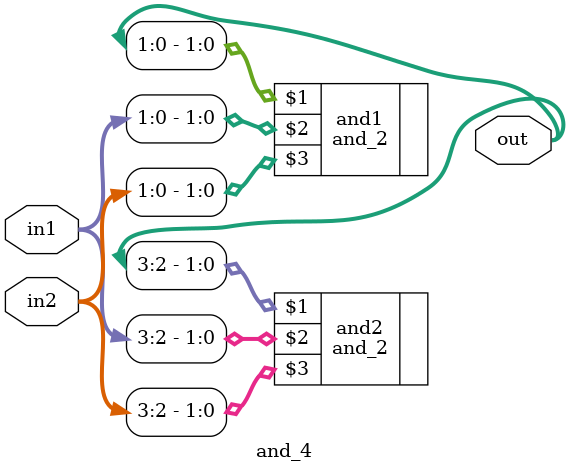
<source format=v>
module and_4(out, in1, in2);

	input [3:0] in1, in2;
	output [3:0] out;
	
	and_2 and1(out[1:0], in1[1:0], in2[1:0]);
	and_2 and2(out[3:2], in1[3:2], in2[3:2]);
	
endmodule

</source>
